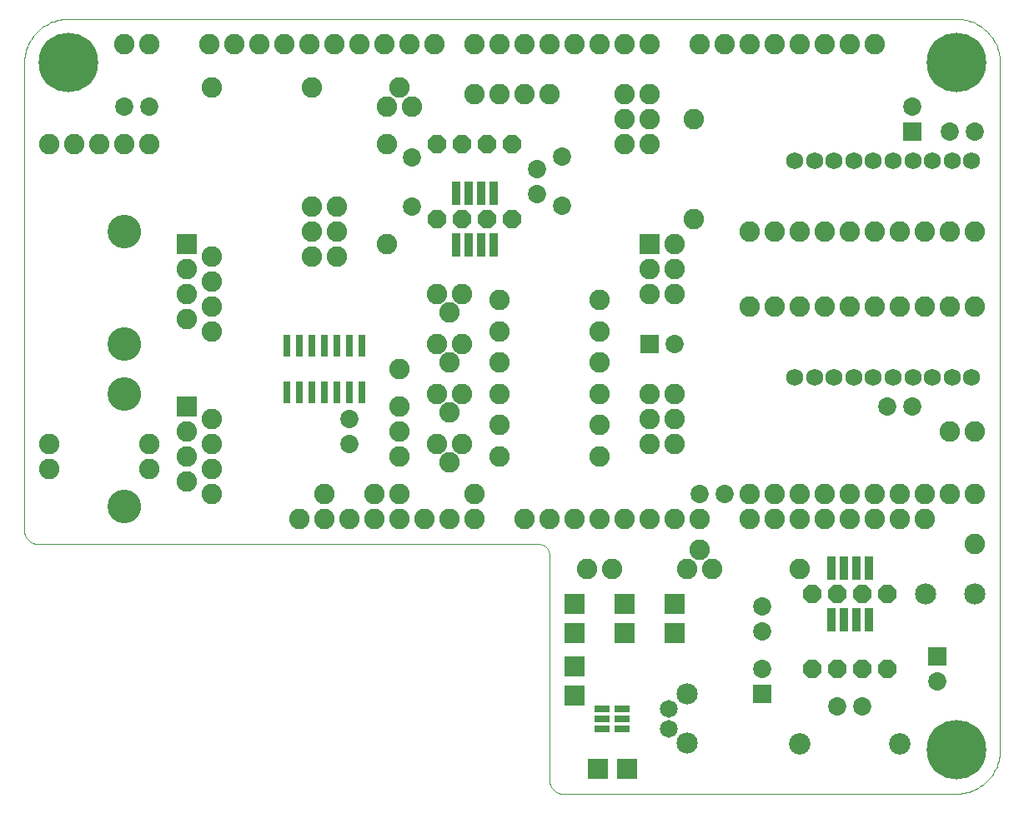
<source format=gts>
G75*
G70*
%OFA0B0*%
%FSLAX24Y24*%
%IPPOS*%
%LPD*%
%AMOC8*
5,1,8,0,0,1.08239X$1,22.5*
%
%ADD10C,0.0000*%
%ADD11C,0.0820*%
%ADD12R,0.0300X0.0860*%
%ADD13OC8,0.0710*%
%ADD14R,0.0320X0.0950*%
%ADD15C,0.0730*%
%ADD16R,0.0730X0.0730*%
%ADD17R,0.0820X0.0820*%
%ADD18C,0.0680*%
%ADD19C,0.0860*%
%ADD20C,0.0848*%
%ADD21C,0.1340*%
%ADD22C,0.2380*%
%ADD23R,0.0600X0.0300*%
%ADD24R,0.0789X0.0790*%
%ADD25R,0.0790X0.0789*%
%ADD26C,0.0714*%
D10*
X001200Y010700D02*
X021200Y010700D01*
X021244Y010698D01*
X021287Y010692D01*
X021329Y010683D01*
X021371Y010670D01*
X021411Y010653D01*
X021450Y010633D01*
X021487Y010610D01*
X021521Y010583D01*
X021554Y010554D01*
X021583Y010521D01*
X021610Y010487D01*
X021633Y010450D01*
X021653Y010411D01*
X021670Y010371D01*
X021683Y010329D01*
X021692Y010287D01*
X021698Y010244D01*
X021700Y010200D01*
X021700Y001200D01*
X021702Y001156D01*
X021708Y001113D01*
X021717Y001071D01*
X021730Y001029D01*
X021747Y000989D01*
X021767Y000950D01*
X021790Y000913D01*
X021817Y000879D01*
X021846Y000846D01*
X021879Y000817D01*
X021913Y000790D01*
X021950Y000767D01*
X021989Y000747D01*
X022029Y000730D01*
X022071Y000717D01*
X022113Y000708D01*
X022156Y000702D01*
X022200Y000700D01*
X037950Y000700D01*
X038033Y000702D01*
X038116Y000708D01*
X038199Y000718D01*
X038281Y000732D01*
X038363Y000749D01*
X038443Y000771D01*
X038522Y000796D01*
X038600Y000825D01*
X038677Y000858D01*
X038752Y000895D01*
X038825Y000934D01*
X038896Y000978D01*
X038965Y001024D01*
X039032Y001074D01*
X039096Y001127D01*
X039158Y001183D01*
X039217Y001242D01*
X039273Y001304D01*
X039326Y001368D01*
X039376Y001435D01*
X039422Y001504D01*
X039466Y001575D01*
X039505Y001648D01*
X039542Y001723D01*
X039575Y001800D01*
X039604Y001878D01*
X039629Y001957D01*
X039651Y002037D01*
X039668Y002119D01*
X039682Y002201D01*
X039692Y002284D01*
X039698Y002367D01*
X039700Y002450D01*
X039700Y029950D01*
X039698Y030033D01*
X039692Y030116D01*
X039682Y030199D01*
X039668Y030281D01*
X039651Y030363D01*
X039629Y030443D01*
X039604Y030522D01*
X039575Y030600D01*
X039542Y030677D01*
X039505Y030752D01*
X039466Y030825D01*
X039422Y030896D01*
X039376Y030965D01*
X039326Y031032D01*
X039273Y031096D01*
X039217Y031158D01*
X039158Y031217D01*
X039096Y031273D01*
X039032Y031326D01*
X038965Y031376D01*
X038896Y031422D01*
X038825Y031466D01*
X038752Y031505D01*
X038677Y031542D01*
X038600Y031575D01*
X038522Y031604D01*
X038443Y031629D01*
X038363Y031651D01*
X038281Y031668D01*
X038199Y031682D01*
X038116Y031692D01*
X038033Y031698D01*
X037950Y031700D01*
X002450Y031700D01*
X002367Y031698D01*
X002284Y031692D01*
X002201Y031682D01*
X002119Y031668D01*
X002037Y031651D01*
X001957Y031629D01*
X001878Y031604D01*
X001800Y031575D01*
X001723Y031542D01*
X001648Y031505D01*
X001575Y031466D01*
X001504Y031422D01*
X001435Y031376D01*
X001368Y031326D01*
X001304Y031273D01*
X001242Y031217D01*
X001183Y031158D01*
X001127Y031096D01*
X001074Y031032D01*
X001024Y030965D01*
X000978Y030896D01*
X000934Y030825D01*
X000895Y030752D01*
X000858Y030677D01*
X000825Y030600D01*
X000796Y030522D01*
X000771Y030443D01*
X000749Y030363D01*
X000732Y030281D01*
X000718Y030199D01*
X000708Y030116D01*
X000702Y030033D01*
X000700Y029950D01*
X000700Y011200D01*
X000702Y011156D01*
X000708Y011113D01*
X000717Y011071D01*
X000730Y011029D01*
X000747Y010989D01*
X000767Y010950D01*
X000790Y010913D01*
X000817Y010879D01*
X000846Y010846D01*
X000879Y010817D01*
X000913Y010790D01*
X000950Y010767D01*
X000989Y010747D01*
X001029Y010730D01*
X001071Y010717D01*
X001113Y010708D01*
X001156Y010702D01*
X001200Y010700D01*
X004070Y012200D02*
X004072Y012250D01*
X004078Y012300D01*
X004088Y012349D01*
X004102Y012397D01*
X004119Y012444D01*
X004140Y012489D01*
X004165Y012533D01*
X004193Y012574D01*
X004225Y012613D01*
X004259Y012650D01*
X004296Y012684D01*
X004336Y012714D01*
X004378Y012741D01*
X004422Y012765D01*
X004468Y012786D01*
X004515Y012802D01*
X004563Y012815D01*
X004613Y012824D01*
X004662Y012829D01*
X004713Y012830D01*
X004763Y012827D01*
X004812Y012820D01*
X004861Y012809D01*
X004909Y012794D01*
X004955Y012776D01*
X005000Y012754D01*
X005043Y012728D01*
X005084Y012699D01*
X005123Y012667D01*
X005159Y012632D01*
X005191Y012594D01*
X005221Y012554D01*
X005248Y012511D01*
X005271Y012467D01*
X005290Y012421D01*
X005306Y012373D01*
X005318Y012324D01*
X005326Y012275D01*
X005330Y012225D01*
X005330Y012175D01*
X005326Y012125D01*
X005318Y012076D01*
X005306Y012027D01*
X005290Y011979D01*
X005271Y011933D01*
X005248Y011889D01*
X005221Y011846D01*
X005191Y011806D01*
X005159Y011768D01*
X005123Y011733D01*
X005084Y011701D01*
X005043Y011672D01*
X005000Y011646D01*
X004955Y011624D01*
X004909Y011606D01*
X004861Y011591D01*
X004812Y011580D01*
X004763Y011573D01*
X004713Y011570D01*
X004662Y011571D01*
X004613Y011576D01*
X004563Y011585D01*
X004515Y011598D01*
X004468Y011614D01*
X004422Y011635D01*
X004378Y011659D01*
X004336Y011686D01*
X004296Y011716D01*
X004259Y011750D01*
X004225Y011787D01*
X004193Y011826D01*
X004165Y011867D01*
X004140Y011911D01*
X004119Y011956D01*
X004102Y012003D01*
X004088Y012051D01*
X004078Y012100D01*
X004072Y012150D01*
X004070Y012200D01*
X004070Y016700D02*
X004072Y016750D01*
X004078Y016800D01*
X004088Y016849D01*
X004102Y016897D01*
X004119Y016944D01*
X004140Y016989D01*
X004165Y017033D01*
X004193Y017074D01*
X004225Y017113D01*
X004259Y017150D01*
X004296Y017184D01*
X004336Y017214D01*
X004378Y017241D01*
X004422Y017265D01*
X004468Y017286D01*
X004515Y017302D01*
X004563Y017315D01*
X004613Y017324D01*
X004662Y017329D01*
X004713Y017330D01*
X004763Y017327D01*
X004812Y017320D01*
X004861Y017309D01*
X004909Y017294D01*
X004955Y017276D01*
X005000Y017254D01*
X005043Y017228D01*
X005084Y017199D01*
X005123Y017167D01*
X005159Y017132D01*
X005191Y017094D01*
X005221Y017054D01*
X005248Y017011D01*
X005271Y016967D01*
X005290Y016921D01*
X005306Y016873D01*
X005318Y016824D01*
X005326Y016775D01*
X005330Y016725D01*
X005330Y016675D01*
X005326Y016625D01*
X005318Y016576D01*
X005306Y016527D01*
X005290Y016479D01*
X005271Y016433D01*
X005248Y016389D01*
X005221Y016346D01*
X005191Y016306D01*
X005159Y016268D01*
X005123Y016233D01*
X005084Y016201D01*
X005043Y016172D01*
X005000Y016146D01*
X004955Y016124D01*
X004909Y016106D01*
X004861Y016091D01*
X004812Y016080D01*
X004763Y016073D01*
X004713Y016070D01*
X004662Y016071D01*
X004613Y016076D01*
X004563Y016085D01*
X004515Y016098D01*
X004468Y016114D01*
X004422Y016135D01*
X004378Y016159D01*
X004336Y016186D01*
X004296Y016216D01*
X004259Y016250D01*
X004225Y016287D01*
X004193Y016326D01*
X004165Y016367D01*
X004140Y016411D01*
X004119Y016456D01*
X004102Y016503D01*
X004088Y016551D01*
X004078Y016600D01*
X004072Y016650D01*
X004070Y016700D01*
X004070Y018700D02*
X004072Y018750D01*
X004078Y018800D01*
X004088Y018849D01*
X004102Y018897D01*
X004119Y018944D01*
X004140Y018989D01*
X004165Y019033D01*
X004193Y019074D01*
X004225Y019113D01*
X004259Y019150D01*
X004296Y019184D01*
X004336Y019214D01*
X004378Y019241D01*
X004422Y019265D01*
X004468Y019286D01*
X004515Y019302D01*
X004563Y019315D01*
X004613Y019324D01*
X004662Y019329D01*
X004713Y019330D01*
X004763Y019327D01*
X004812Y019320D01*
X004861Y019309D01*
X004909Y019294D01*
X004955Y019276D01*
X005000Y019254D01*
X005043Y019228D01*
X005084Y019199D01*
X005123Y019167D01*
X005159Y019132D01*
X005191Y019094D01*
X005221Y019054D01*
X005248Y019011D01*
X005271Y018967D01*
X005290Y018921D01*
X005306Y018873D01*
X005318Y018824D01*
X005326Y018775D01*
X005330Y018725D01*
X005330Y018675D01*
X005326Y018625D01*
X005318Y018576D01*
X005306Y018527D01*
X005290Y018479D01*
X005271Y018433D01*
X005248Y018389D01*
X005221Y018346D01*
X005191Y018306D01*
X005159Y018268D01*
X005123Y018233D01*
X005084Y018201D01*
X005043Y018172D01*
X005000Y018146D01*
X004955Y018124D01*
X004909Y018106D01*
X004861Y018091D01*
X004812Y018080D01*
X004763Y018073D01*
X004713Y018070D01*
X004662Y018071D01*
X004613Y018076D01*
X004563Y018085D01*
X004515Y018098D01*
X004468Y018114D01*
X004422Y018135D01*
X004378Y018159D01*
X004336Y018186D01*
X004296Y018216D01*
X004259Y018250D01*
X004225Y018287D01*
X004193Y018326D01*
X004165Y018367D01*
X004140Y018411D01*
X004119Y018456D01*
X004102Y018503D01*
X004088Y018551D01*
X004078Y018600D01*
X004072Y018650D01*
X004070Y018700D01*
X004070Y023200D02*
X004072Y023250D01*
X004078Y023300D01*
X004088Y023349D01*
X004102Y023397D01*
X004119Y023444D01*
X004140Y023489D01*
X004165Y023533D01*
X004193Y023574D01*
X004225Y023613D01*
X004259Y023650D01*
X004296Y023684D01*
X004336Y023714D01*
X004378Y023741D01*
X004422Y023765D01*
X004468Y023786D01*
X004515Y023802D01*
X004563Y023815D01*
X004613Y023824D01*
X004662Y023829D01*
X004713Y023830D01*
X004763Y023827D01*
X004812Y023820D01*
X004861Y023809D01*
X004909Y023794D01*
X004955Y023776D01*
X005000Y023754D01*
X005043Y023728D01*
X005084Y023699D01*
X005123Y023667D01*
X005159Y023632D01*
X005191Y023594D01*
X005221Y023554D01*
X005248Y023511D01*
X005271Y023467D01*
X005290Y023421D01*
X005306Y023373D01*
X005318Y023324D01*
X005326Y023275D01*
X005330Y023225D01*
X005330Y023175D01*
X005326Y023125D01*
X005318Y023076D01*
X005306Y023027D01*
X005290Y022979D01*
X005271Y022933D01*
X005248Y022889D01*
X005221Y022846D01*
X005191Y022806D01*
X005159Y022768D01*
X005123Y022733D01*
X005084Y022701D01*
X005043Y022672D01*
X005000Y022646D01*
X004955Y022624D01*
X004909Y022606D01*
X004861Y022591D01*
X004812Y022580D01*
X004763Y022573D01*
X004713Y022570D01*
X004662Y022571D01*
X004613Y022576D01*
X004563Y022585D01*
X004515Y022598D01*
X004468Y022614D01*
X004422Y022635D01*
X004378Y022659D01*
X004336Y022686D01*
X004296Y022716D01*
X004259Y022750D01*
X004225Y022787D01*
X004193Y022826D01*
X004165Y022867D01*
X004140Y022911D01*
X004119Y022956D01*
X004102Y023003D01*
X004088Y023051D01*
X004078Y023100D01*
X004072Y023150D01*
X004070Y023200D01*
D11*
X007200Y021700D03*
X008200Y022200D03*
X008200Y021200D03*
X007200Y020700D03*
X008200Y020200D03*
X007200Y019700D03*
X008200Y019200D03*
X012200Y022200D03*
X013200Y022200D03*
X013200Y023200D03*
X012200Y023200D03*
X012200Y024200D03*
X013200Y024200D03*
X015200Y022700D03*
X017200Y020700D03*
X017700Y019950D03*
X018200Y020700D03*
X019700Y020450D03*
X019700Y019200D03*
X019700Y017950D03*
X019700Y016700D03*
X019700Y015450D03*
X019700Y014200D03*
X018200Y014700D03*
X017700Y013950D03*
X017200Y014700D03*
X017700Y015950D03*
X017200Y016700D03*
X018200Y016700D03*
X017700Y017950D03*
X017200Y018700D03*
X018200Y018700D03*
X015700Y017700D03*
X015700Y016200D03*
X015700Y015200D03*
X015700Y014200D03*
X015700Y012700D03*
X014700Y012700D03*
X014700Y011700D03*
X015700Y011700D03*
X016700Y011700D03*
X017700Y011700D03*
X018700Y011700D03*
X018700Y012700D03*
X020700Y011700D03*
X021700Y011700D03*
X022700Y011700D03*
X023700Y011700D03*
X024700Y011700D03*
X025700Y011700D03*
X026700Y011700D03*
X027700Y011700D03*
X027700Y010450D03*
X027200Y009700D03*
X028200Y009700D03*
X029700Y011700D03*
X030700Y011700D03*
X030700Y012700D03*
X029700Y012700D03*
X031700Y012700D03*
X032700Y012700D03*
X033700Y012700D03*
X033700Y011700D03*
X032700Y011700D03*
X031700Y011700D03*
X031700Y009700D03*
X034700Y011700D03*
X035700Y011700D03*
X036700Y011700D03*
X036700Y012700D03*
X035700Y012700D03*
X034700Y012700D03*
X037700Y012700D03*
X038700Y012700D03*
X038700Y010700D03*
X038700Y015200D03*
X037700Y015200D03*
X037700Y020200D03*
X038700Y020200D03*
X036700Y020200D03*
X035700Y020200D03*
X034700Y020200D03*
X033700Y020200D03*
X032700Y020200D03*
X031700Y020200D03*
X030700Y020200D03*
X029700Y020200D03*
X026700Y020700D03*
X026700Y021700D03*
X025700Y021700D03*
X025700Y020700D03*
X023700Y020450D03*
X023700Y019200D03*
X023700Y017950D03*
X023700Y016700D03*
X023700Y015450D03*
X023700Y014200D03*
X025700Y014700D03*
X025700Y015700D03*
X025700Y016700D03*
X026700Y016700D03*
X026700Y015700D03*
X026700Y014700D03*
X024200Y009700D03*
X023200Y009700D03*
X013700Y011700D03*
X012700Y011700D03*
X011700Y011700D03*
X012700Y012700D03*
X008200Y012700D03*
X007200Y013200D03*
X008200Y013700D03*
X007200Y014200D03*
X008200Y014700D03*
X007200Y015200D03*
X008200Y015700D03*
X005700Y014700D03*
X005700Y013700D03*
X001700Y013700D03*
X001700Y014700D03*
X001700Y026700D03*
X002700Y026700D03*
X003700Y026700D03*
X004700Y026700D03*
X005700Y026700D03*
X008200Y028950D03*
X008100Y030700D03*
X009100Y030700D03*
X010100Y030700D03*
X011100Y030700D03*
X012100Y030700D03*
X013100Y030700D03*
X014100Y030700D03*
X015100Y030700D03*
X016100Y030700D03*
X017100Y030700D03*
X018700Y030700D03*
X019700Y030700D03*
X020700Y030700D03*
X021700Y030700D03*
X022700Y030700D03*
X023700Y030700D03*
X024700Y030700D03*
X025700Y030700D03*
X027700Y030700D03*
X028700Y030700D03*
X029700Y030700D03*
X030700Y030700D03*
X031700Y030700D03*
X032700Y030700D03*
X033700Y030700D03*
X034700Y030700D03*
X027450Y027700D03*
X025700Y027700D03*
X024700Y027700D03*
X024700Y026700D03*
X025700Y026700D03*
X025700Y028700D03*
X024700Y028700D03*
X021700Y028700D03*
X020700Y028700D03*
X019700Y028700D03*
X018700Y028700D03*
X016200Y028200D03*
X015700Y028950D03*
X015200Y028200D03*
X015200Y026700D03*
X012200Y028950D03*
X005700Y030700D03*
X004700Y030700D03*
X026700Y022700D03*
X027450Y023700D03*
X029700Y023200D03*
X030700Y023200D03*
X031700Y023200D03*
X032700Y023200D03*
X033700Y023200D03*
X034700Y023200D03*
X035700Y023200D03*
X036700Y023200D03*
X037700Y023200D03*
X038700Y023200D03*
D12*
X014200Y018630D03*
X013700Y018630D03*
X013200Y018630D03*
X012700Y018630D03*
X012200Y018630D03*
X011700Y018630D03*
X011200Y018630D03*
X011200Y016770D03*
X011700Y016770D03*
X012200Y016770D03*
X012700Y016770D03*
X013200Y016770D03*
X013700Y016770D03*
X014200Y016770D03*
D13*
X017200Y023700D03*
X018200Y023700D03*
X019200Y023700D03*
X020200Y023700D03*
X020200Y026700D03*
X019200Y026700D03*
X018200Y026700D03*
X017200Y026700D03*
X032200Y008700D03*
X033200Y008700D03*
X034200Y008700D03*
X035200Y008700D03*
X035200Y005700D03*
X034200Y005700D03*
X033200Y005700D03*
X032200Y005700D03*
D14*
X032950Y007670D03*
X033450Y007670D03*
X033950Y007670D03*
X034450Y007670D03*
X034450Y009730D03*
X033950Y009730D03*
X033450Y009730D03*
X032950Y009730D03*
X019450Y022670D03*
X018950Y022670D03*
X018450Y022670D03*
X017950Y022670D03*
X017950Y024730D03*
X018450Y024730D03*
X018950Y024730D03*
X019450Y024730D03*
D15*
X021200Y024700D03*
X021200Y025700D03*
X022200Y026184D03*
X022200Y024216D03*
X016200Y024200D03*
X016200Y026169D03*
X005700Y028200D03*
X004700Y028200D03*
X013700Y015700D03*
X013700Y014700D03*
X026700Y018700D03*
X027700Y012700D03*
X028700Y012700D03*
X030200Y008200D03*
X030200Y007200D03*
X030200Y005700D03*
X033200Y004200D03*
X034200Y004200D03*
X037200Y005200D03*
X036200Y016200D03*
X035200Y016200D03*
X037700Y027200D03*
X038700Y027200D03*
X036200Y028200D03*
D16*
X036200Y027200D03*
X025700Y018700D03*
X037200Y006200D03*
X030200Y004700D03*
D17*
X007200Y016200D03*
X007200Y022700D03*
X025700Y022700D03*
D18*
X031487Y026031D03*
X032275Y026031D03*
X033062Y026031D03*
X033850Y026031D03*
X034637Y026031D03*
X035424Y026031D03*
X036212Y026031D03*
X036999Y026031D03*
X037787Y026031D03*
X038574Y026031D03*
X038574Y017369D03*
X037787Y017369D03*
X036999Y017369D03*
X036212Y017369D03*
X035424Y017369D03*
X034637Y017369D03*
X033850Y017369D03*
X033062Y017369D03*
X032275Y017369D03*
X031487Y017369D03*
D19*
X031700Y002700D03*
X035700Y002700D03*
D20*
X036716Y008700D03*
X038684Y008700D03*
X027200Y004684D03*
X027200Y002716D03*
D21*
X004700Y012200D03*
X004700Y016700D03*
X004700Y018700D03*
X004700Y023200D03*
D22*
X002450Y029950D03*
X037950Y029950D03*
X037950Y002450D03*
D23*
X024600Y003300D03*
X024600Y003700D03*
X024600Y004100D03*
X023800Y004100D03*
X023800Y003700D03*
X023800Y003300D03*
D24*
X023610Y001700D03*
X024790Y001700D03*
D25*
X022700Y004610D03*
X022700Y005790D03*
X022700Y007110D03*
X022700Y008290D03*
X024700Y008290D03*
X024700Y007110D03*
X026700Y007110D03*
X026700Y008290D03*
D26*
X026450Y004094D03*
X026450Y003306D03*
M02*

</source>
